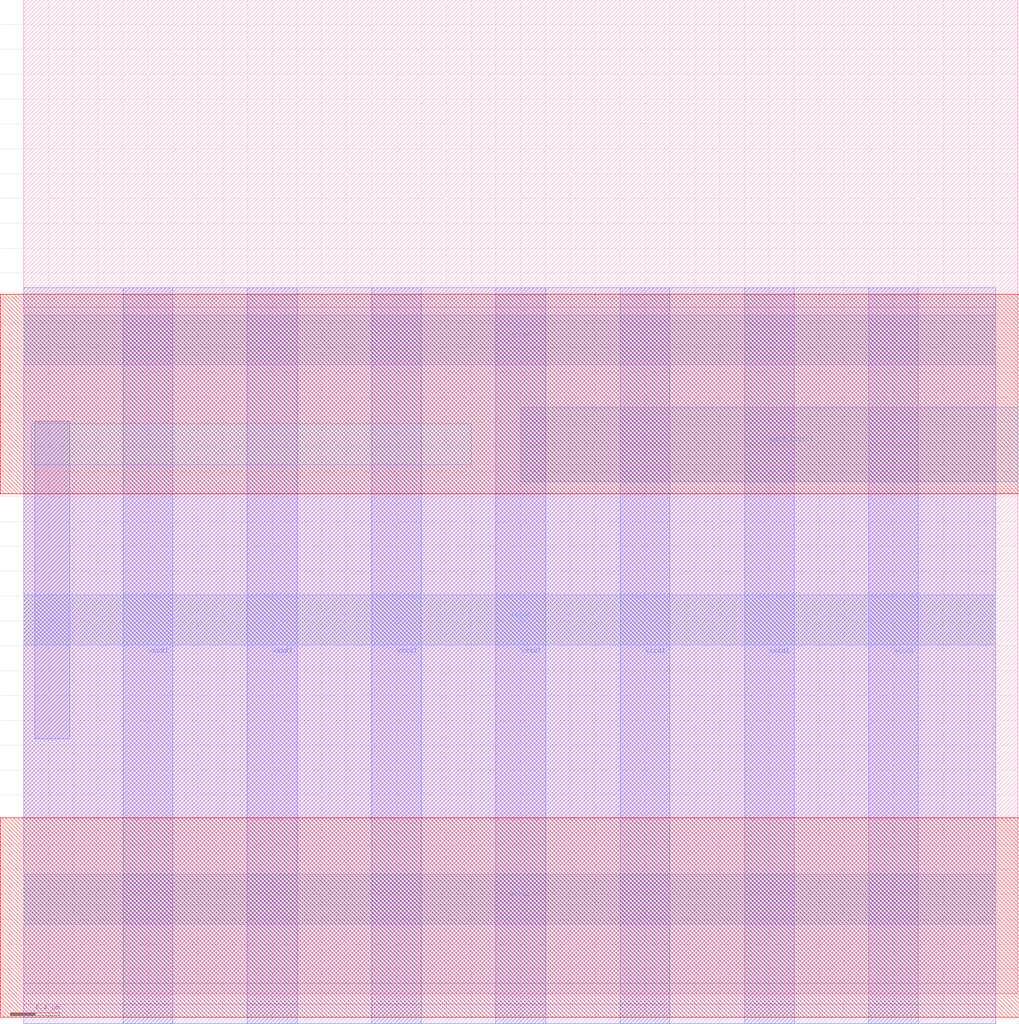
<source format=lef>
VERSION 5.7 ;
  NOWIREEXTENSIONATPIN ON ;
  DIVIDERCHAR "/" ;
  BUSBITCHARS "[]" ;
MACRO gpio_logic_high
  CLASS BLOCK ;
  FOREIGN gpio_logic_high ;
  ORIGIN 0.000 0.000 ;
  SIZE 8.000 BY 8.000 ;
  PIN gpio_logic1
    DIRECTION OUTPUT TRISTATE ;
    USE SIGNAL ;
    PORT
      LAYER met3 ;
        RECT 4.000 4.120 8.000 4.720 ;
    END
  END gpio_logic1
  PIN vccd1
    DIRECTION INOUT ;
    USE POWER ;
    PORT
      LAYER met2 ;
        RECT 6.800 -0.240 7.200 5.680 ;
    END
  END vccd1
  PIN vccd1
    DIRECTION INOUT ;
    USE POWER ;
    PORT
      LAYER met2 ;
        RECT 4.800 -0.240 5.200 5.680 ;
    END
  END vccd1
  PIN vccd1
    DIRECTION INOUT ;
    USE POWER ;
    PORT
      LAYER met2 ;
        RECT 2.800 -0.240 3.200 5.680 ;
    END
  END vccd1
  PIN vccd1
    DIRECTION INOUT ;
    USE POWER ;
    PORT
      LAYER met2 ;
        RECT 0.800 -0.240 1.200 5.680 ;
    END
  END vccd1
  PIN vccd1
    DIRECTION INOUT ;
    USE POWER ;
    PORT
      LAYER met3 ;
        RECT 0.000 5.060 7.820 5.460 ;
    END
  END vccd1
  PIN vccd1
    DIRECTION INOUT ;
    USE POWER ;
    PORT
      LAYER met3 ;
        RECT 0.000 0.560 7.820 0.960 ;
    END
  END vccd1
  PIN vssd1
    DIRECTION INOUT ;
    USE GROUND ;
    PORT
      LAYER met2 ;
        RECT 5.800 -0.240 6.200 5.680 ;
    END
  END vssd1
  PIN vssd1
    DIRECTION INOUT ;
    USE GROUND ;
    PORT
      LAYER met2 ;
        RECT 3.800 -0.240 4.200 5.680 ;
    END
  END vssd1
  PIN vssd1
    DIRECTION INOUT ;
    USE GROUND ;
    PORT
      LAYER met2 ;
        RECT 1.800 -0.240 2.200 5.680 ;
    END
  END vssd1
  PIN vssd1
    DIRECTION INOUT ;
    USE GROUND ;
    PORT
      LAYER met3 ;
        RECT 0.000 2.810 7.820 3.210 ;
    END
  END vssd1
  OBS
      LAYER nwell ;
        RECT -0.190 4.025 8.010 5.630 ;
        RECT -0.190 -0.190 8.010 1.415 ;
      LAYER li1 ;
        RECT 0.000 0.085 7.820 5.525 ;
      LAYER li1 ;
        RECT 0.000 -0.085 7.820 0.085 ;
      LAYER met1 ;
        RECT 0.000 -0.240 7.820 5.680 ;
      LAYER met2 ;
        RECT 0.090 2.050 0.370 4.605 ;
      LAYER met3 ;
        RECT 0.065 4.255 3.600 4.585 ;
  END
END gpio_logic_high
END LIBRARY


</source>
